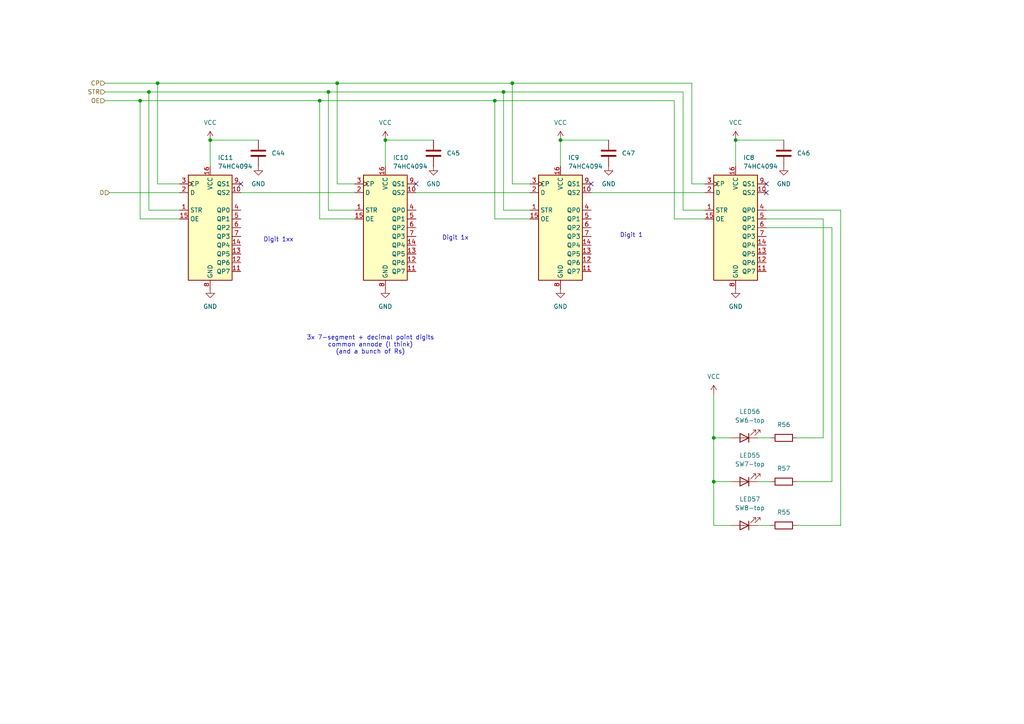
<source format=kicad_sch>
(kicad_sch
	(version 20231120)
	(generator "eeschema")
	(generator_version "8.0")
	(uuid "9eaebae5-88ca-4d1f-bbbd-205a97ff4a6e")
	(paper "A4")
	(title_block
		(title "Nova System Top Board")
		(date "2024-05-22")
		(rev "01")
		(company "tc electronic")
		(comment 1 "Reverse Engineered!")
		(comment 2 "Front Panel 7-segment Digits")
	)
	(lib_symbols
		(symbol "Device:C"
			(pin_numbers hide)
			(pin_names
				(offset 0.254)
			)
			(exclude_from_sim no)
			(in_bom yes)
			(on_board yes)
			(property "Reference" "C"
				(at 0.635 2.54 0)
				(effects
					(font
						(size 1.27 1.27)
					)
					(justify left)
				)
			)
			(property "Value" "C"
				(at 0.635 -2.54 0)
				(effects
					(font
						(size 1.27 1.27)
					)
					(justify left)
				)
			)
			(property "Footprint" ""
				(at 0.9652 -3.81 0)
				(effects
					(font
						(size 1.27 1.27)
					)
					(hide yes)
				)
			)
			(property "Datasheet" "~"
				(at 0 0 0)
				(effects
					(font
						(size 1.27 1.27)
					)
					(hide yes)
				)
			)
			(property "Description" "Unpolarized capacitor"
				(at 0 0 0)
				(effects
					(font
						(size 1.27 1.27)
					)
					(hide yes)
				)
			)
			(property "ki_keywords" "cap capacitor"
				(at 0 0 0)
				(effects
					(font
						(size 1.27 1.27)
					)
					(hide yes)
				)
			)
			(property "ki_fp_filters" "C_*"
				(at 0 0 0)
				(effects
					(font
						(size 1.27 1.27)
					)
					(hide yes)
				)
			)
			(symbol "C_0_1"
				(polyline
					(pts
						(xy -2.032 -0.762) (xy 2.032 -0.762)
					)
					(stroke
						(width 0.508)
						(type default)
					)
					(fill
						(type none)
					)
				)
				(polyline
					(pts
						(xy -2.032 0.762) (xy 2.032 0.762)
					)
					(stroke
						(width 0.508)
						(type default)
					)
					(fill
						(type none)
					)
				)
			)
			(symbol "C_1_1"
				(pin passive line
					(at 0 3.81 270)
					(length 2.794)
					(name "~"
						(effects
							(font
								(size 1.27 1.27)
							)
						)
					)
					(number "1"
						(effects
							(font
								(size 1.27 1.27)
							)
						)
					)
				)
				(pin passive line
					(at 0 -3.81 90)
					(length 2.794)
					(name "~"
						(effects
							(font
								(size 1.27 1.27)
							)
						)
					)
					(number "2"
						(effects
							(font
								(size 1.27 1.27)
							)
						)
					)
				)
			)
		)
		(symbol "Device:LED"
			(pin_numbers hide)
			(pin_names
				(offset 1.016) hide)
			(exclude_from_sim no)
			(in_bom yes)
			(on_board yes)
			(property "Reference" "D"
				(at 0 2.54 0)
				(effects
					(font
						(size 1.27 1.27)
					)
				)
			)
			(property "Value" "LED"
				(at 0 -2.54 0)
				(effects
					(font
						(size 1.27 1.27)
					)
				)
			)
			(property "Footprint" ""
				(at 0 0 0)
				(effects
					(font
						(size 1.27 1.27)
					)
					(hide yes)
				)
			)
			(property "Datasheet" "~"
				(at 0 0 0)
				(effects
					(font
						(size 1.27 1.27)
					)
					(hide yes)
				)
			)
			(property "Description" "Light emitting diode"
				(at 0 0 0)
				(effects
					(font
						(size 1.27 1.27)
					)
					(hide yes)
				)
			)
			(property "ki_keywords" "LED diode"
				(at 0 0 0)
				(effects
					(font
						(size 1.27 1.27)
					)
					(hide yes)
				)
			)
			(property "ki_fp_filters" "LED* LED_SMD:* LED_THT:*"
				(at 0 0 0)
				(effects
					(font
						(size 1.27 1.27)
					)
					(hide yes)
				)
			)
			(symbol "LED_0_1"
				(polyline
					(pts
						(xy -1.27 -1.27) (xy -1.27 1.27)
					)
					(stroke
						(width 0.254)
						(type default)
					)
					(fill
						(type none)
					)
				)
				(polyline
					(pts
						(xy -1.27 0) (xy 1.27 0)
					)
					(stroke
						(width 0)
						(type default)
					)
					(fill
						(type none)
					)
				)
				(polyline
					(pts
						(xy 1.27 -1.27) (xy 1.27 1.27) (xy -1.27 0) (xy 1.27 -1.27)
					)
					(stroke
						(width 0.254)
						(type default)
					)
					(fill
						(type none)
					)
				)
				(polyline
					(pts
						(xy -3.048 -0.762) (xy -4.572 -2.286) (xy -3.81 -2.286) (xy -4.572 -2.286) (xy -4.572 -1.524)
					)
					(stroke
						(width 0)
						(type default)
					)
					(fill
						(type none)
					)
				)
				(polyline
					(pts
						(xy -1.778 -0.762) (xy -3.302 -2.286) (xy -2.54 -2.286) (xy -3.302 -2.286) (xy -3.302 -1.524)
					)
					(stroke
						(width 0)
						(type default)
					)
					(fill
						(type none)
					)
				)
			)
			(symbol "LED_1_1"
				(pin passive line
					(at -3.81 0 0)
					(length 2.54)
					(name "K"
						(effects
							(font
								(size 1.27 1.27)
							)
						)
					)
					(number "1"
						(effects
							(font
								(size 1.27 1.27)
							)
						)
					)
				)
				(pin passive line
					(at 3.81 0 180)
					(length 2.54)
					(name "A"
						(effects
							(font
								(size 1.27 1.27)
							)
						)
					)
					(number "2"
						(effects
							(font
								(size 1.27 1.27)
							)
						)
					)
				)
			)
		)
		(symbol "Device:R"
			(pin_numbers hide)
			(pin_names
				(offset 0)
			)
			(exclude_from_sim no)
			(in_bom yes)
			(on_board yes)
			(property "Reference" "R"
				(at 2.032 0 90)
				(effects
					(font
						(size 1.27 1.27)
					)
				)
			)
			(property "Value" "R"
				(at 0 0 90)
				(effects
					(font
						(size 1.27 1.27)
					)
				)
			)
			(property "Footprint" ""
				(at -1.778 0 90)
				(effects
					(font
						(size 1.27 1.27)
					)
					(hide yes)
				)
			)
			(property "Datasheet" "~"
				(at 0 0 0)
				(effects
					(font
						(size 1.27 1.27)
					)
					(hide yes)
				)
			)
			(property "Description" "Resistor"
				(at 0 0 0)
				(effects
					(font
						(size 1.27 1.27)
					)
					(hide yes)
				)
			)
			(property "ki_keywords" "R res resistor"
				(at 0 0 0)
				(effects
					(font
						(size 1.27 1.27)
					)
					(hide yes)
				)
			)
			(property "ki_fp_filters" "R_*"
				(at 0 0 0)
				(effects
					(font
						(size 1.27 1.27)
					)
					(hide yes)
				)
			)
			(symbol "R_0_1"
				(rectangle
					(start -1.016 -2.54)
					(end 1.016 2.54)
					(stroke
						(width 0.254)
						(type default)
					)
					(fill
						(type none)
					)
				)
			)
			(symbol "R_1_1"
				(pin passive line
					(at 0 3.81 270)
					(length 1.27)
					(name "~"
						(effects
							(font
								(size 1.27 1.27)
							)
						)
					)
					(number "1"
						(effects
							(font
								(size 1.27 1.27)
							)
						)
					)
				)
				(pin passive line
					(at 0 -3.81 90)
					(length 1.27)
					(name "~"
						(effects
							(font
								(size 1.27 1.27)
							)
						)
					)
					(number "2"
						(effects
							(font
								(size 1.27 1.27)
							)
						)
					)
				)
			)
		)
		(symbol "ProjectLib:4094"
			(exclude_from_sim no)
			(in_bom yes)
			(on_board yes)
			(property "Reference" "U"
				(at -9.398 16.764 0)
				(effects
					(font
						(size 1.27 1.27)
					)
				)
			)
			(property "Value" "4094"
				(at -5.588 -20.066 0)
				(effects
					(font
						(size 1.27 1.27)
					)
				)
			)
			(property "Footprint" ""
				(at 3.81 3.81 0)
				(effects
					(font
						(size 1.27 1.27)
					)
					(hide yes)
				)
			)
			(property "Datasheet" ""
				(at 3.81 3.81 0)
				(effects
					(font
						(size 1.27 1.27)
					)
					(hide yes)
				)
			)
			(property "Description" "8-stage shift-and-store bus register"
				(at 1.778 5.334 0)
				(effects
					(font
						(size 1.27 1.27)
					)
					(hide yes)
				)
			)
			(symbol "4094_1_1"
				(rectangle
					(start -6.35 12.7)
					(end 6.35 -17.78)
					(stroke
						(width 0.254)
						(type default)
					)
					(fill
						(type background)
					)
				)
				(pin input line
					(at -8.89 2.54 0)
					(length 2.54)
					(name "STR"
						(effects
							(font
								(size 1.27 1.27)
							)
						)
					)
					(number "1"
						(effects
							(font
								(size 1.27 1.27)
							)
						)
					)
				)
				(pin output line
					(at 8.89 7.62 180)
					(length 2.54)
					(name "QS2"
						(effects
							(font
								(size 1.27 1.27)
							)
						)
					)
					(number "10"
						(effects
							(font
								(size 1.27 1.27)
							)
						)
					)
				)
				(pin output line
					(at 8.89 -15.24 180)
					(length 2.54)
					(name "QP7"
						(effects
							(font
								(size 1.27 1.27)
							)
						)
					)
					(number "11"
						(effects
							(font
								(size 1.27 1.27)
							)
						)
					)
				)
				(pin output line
					(at 8.89 -12.7 180)
					(length 2.54)
					(name "QP6"
						(effects
							(font
								(size 1.27 1.27)
							)
						)
					)
					(number "12"
						(effects
							(font
								(size 1.27 1.27)
							)
						)
					)
				)
				(pin output line
					(at 8.89 -10.16 180)
					(length 2.54)
					(name "QP5"
						(effects
							(font
								(size 1.27 1.27)
							)
						)
					)
					(number "13"
						(effects
							(font
								(size 1.27 1.27)
							)
						)
					)
				)
				(pin output line
					(at 8.89 -7.62 180)
					(length 2.54)
					(name "QP4"
						(effects
							(font
								(size 1.27 1.27)
							)
						)
					)
					(number "14"
						(effects
							(font
								(size 1.27 1.27)
							)
						)
					)
				)
				(pin input line
					(at -8.89 0 0)
					(length 2.54)
					(name "OE"
						(effects
							(font
								(size 1.27 1.27)
							)
						)
					)
					(number "15"
						(effects
							(font
								(size 1.27 1.27)
							)
						)
					)
				)
				(pin power_in line
					(at 0 15.24 270)
					(length 2.54)
					(name "VCC"
						(effects
							(font
								(size 1.27 1.27)
							)
						)
					)
					(number "16"
						(effects
							(font
								(size 1.27 1.27)
							)
						)
					)
				)
				(pin input line
					(at -8.89 7.62 0)
					(length 2.54)
					(name "D"
						(effects
							(font
								(size 1.27 1.27)
							)
						)
					)
					(number "2"
						(effects
							(font
								(size 1.27 1.27)
							)
						)
					)
				)
				(pin input clock
					(at -8.89 10.16 0)
					(length 2.54)
					(name "CP"
						(effects
							(font
								(size 1.27 1.27)
							)
						)
					)
					(number "3"
						(effects
							(font
								(size 1.27 1.27)
							)
						)
					)
				)
				(pin output line
					(at 8.89 2.54 180)
					(length 2.54)
					(name "QP0"
						(effects
							(font
								(size 1.27 1.27)
							)
						)
					)
					(number "4"
						(effects
							(font
								(size 1.27 1.27)
							)
						)
					)
				)
				(pin output line
					(at 8.89 0 180)
					(length 2.54)
					(name "QP1"
						(effects
							(font
								(size 1.27 1.27)
							)
						)
					)
					(number "5"
						(effects
							(font
								(size 1.27 1.27)
							)
						)
					)
				)
				(pin output line
					(at 8.89 -2.54 180)
					(length 2.54)
					(name "QP2"
						(effects
							(font
								(size 1.27 1.27)
							)
						)
					)
					(number "6"
						(effects
							(font
								(size 1.27 1.27)
							)
						)
					)
				)
				(pin output line
					(at 8.89 -5.08 180)
					(length 2.54)
					(name "QP3"
						(effects
							(font
								(size 1.27 1.27)
							)
						)
					)
					(number "7"
						(effects
							(font
								(size 1.27 1.27)
							)
						)
					)
				)
				(pin power_in line
					(at 0 -20.32 90)
					(length 2.54)
					(name "GND"
						(effects
							(font
								(size 1.27 1.27)
							)
						)
					)
					(number "8"
						(effects
							(font
								(size 1.27 1.27)
							)
						)
					)
				)
				(pin output line
					(at 8.89 10.16 180)
					(length 2.54)
					(name "QS1"
						(effects
							(font
								(size 1.27 1.27)
							)
						)
					)
					(number "9"
						(effects
							(font
								(size 1.27 1.27)
							)
						)
					)
				)
			)
		)
		(symbol "power:GND"
			(power)
			(pin_numbers hide)
			(pin_names
				(offset 0) hide)
			(exclude_from_sim no)
			(in_bom yes)
			(on_board yes)
			(property "Reference" "#PWR"
				(at 0 -6.35 0)
				(effects
					(font
						(size 1.27 1.27)
					)
					(hide yes)
				)
			)
			(property "Value" "GND"
				(at 0 -3.81 0)
				(effects
					(font
						(size 1.27 1.27)
					)
				)
			)
			(property "Footprint" ""
				(at 0 0 0)
				(effects
					(font
						(size 1.27 1.27)
					)
					(hide yes)
				)
			)
			(property "Datasheet" ""
				(at 0 0 0)
				(effects
					(font
						(size 1.27 1.27)
					)
					(hide yes)
				)
			)
			(property "Description" "Power symbol creates a global label with name \"GND\" , ground"
				(at 0 0 0)
				(effects
					(font
						(size 1.27 1.27)
					)
					(hide yes)
				)
			)
			(property "ki_keywords" "global power"
				(at 0 0 0)
				(effects
					(font
						(size 1.27 1.27)
					)
					(hide yes)
				)
			)
			(symbol "GND_0_1"
				(polyline
					(pts
						(xy 0 0) (xy 0 -1.27) (xy 1.27 -1.27) (xy 0 -2.54) (xy -1.27 -1.27) (xy 0 -1.27)
					)
					(stroke
						(width 0)
						(type default)
					)
					(fill
						(type none)
					)
				)
			)
			(symbol "GND_1_1"
				(pin power_in line
					(at 0 0 270)
					(length 0)
					(name "~"
						(effects
							(font
								(size 1.27 1.27)
							)
						)
					)
					(number "1"
						(effects
							(font
								(size 1.27 1.27)
							)
						)
					)
				)
			)
		)
		(symbol "power:VCC"
			(power)
			(pin_numbers hide)
			(pin_names
				(offset 0) hide)
			(exclude_from_sim no)
			(in_bom yes)
			(on_board yes)
			(property "Reference" "#PWR"
				(at 0 -3.81 0)
				(effects
					(font
						(size 1.27 1.27)
					)
					(hide yes)
				)
			)
			(property "Value" "VCC"
				(at 0 3.556 0)
				(effects
					(font
						(size 1.27 1.27)
					)
				)
			)
			(property "Footprint" ""
				(at 0 0 0)
				(effects
					(font
						(size 1.27 1.27)
					)
					(hide yes)
				)
			)
			(property "Datasheet" ""
				(at 0 0 0)
				(effects
					(font
						(size 1.27 1.27)
					)
					(hide yes)
				)
			)
			(property "Description" "Power symbol creates a global label with name \"VCC\""
				(at 0 0 0)
				(effects
					(font
						(size 1.27 1.27)
					)
					(hide yes)
				)
			)
			(property "ki_keywords" "global power"
				(at 0 0 0)
				(effects
					(font
						(size 1.27 1.27)
					)
					(hide yes)
				)
			)
			(symbol "VCC_0_1"
				(polyline
					(pts
						(xy -0.762 1.27) (xy 0 2.54)
					)
					(stroke
						(width 0)
						(type default)
					)
					(fill
						(type none)
					)
				)
				(polyline
					(pts
						(xy 0 0) (xy 0 2.54)
					)
					(stroke
						(width 0)
						(type default)
					)
					(fill
						(type none)
					)
				)
				(polyline
					(pts
						(xy 0 2.54) (xy 0.762 1.27)
					)
					(stroke
						(width 0)
						(type default)
					)
					(fill
						(type none)
					)
				)
			)
			(symbol "VCC_1_1"
				(pin power_in line
					(at 0 0 90)
					(length 0)
					(name "~"
						(effects
							(font
								(size 1.27 1.27)
							)
						)
					)
					(number "1"
						(effects
							(font
								(size 1.27 1.27)
							)
						)
					)
				)
			)
		)
	)
	(junction
		(at 143.51 29.21)
		(diameter 0)
		(color 0 0 0 0)
		(uuid "0abdea9e-d65f-4ea3-afe7-ffb744ee6720")
	)
	(junction
		(at 111.76 40.64)
		(diameter 0)
		(color 0 0 0 0)
		(uuid "1140a047-ff23-4548-8f36-433bef258da1")
	)
	(junction
		(at 60.96 40.64)
		(diameter 0)
		(color 0 0 0 0)
		(uuid "1da7e54a-3e3b-4fce-a43e-e473c381a20d")
	)
	(junction
		(at 162.56 40.64)
		(diameter 0)
		(color 0 0 0 0)
		(uuid "4504d0a4-768c-4553-bb33-083a7f4bae61")
	)
	(junction
		(at 207.01 127)
		(diameter 0)
		(color 0 0 0 0)
		(uuid "46e340fe-deb1-4142-a933-b0878a1cc88c")
	)
	(junction
		(at 97.79 24.13)
		(diameter 0)
		(color 0 0 0 0)
		(uuid "4f87371c-fcce-4bfd-ba73-3f949ec7f86f")
	)
	(junction
		(at 45.72 24.13)
		(diameter 0)
		(color 0 0 0 0)
		(uuid "5e7e695d-59ae-4eaf-9c20-cdecbe92d11b")
	)
	(junction
		(at 146.05 26.67)
		(diameter 0)
		(color 0 0 0 0)
		(uuid "70c665d8-150f-4ef6-932c-e17be10be4c2")
	)
	(junction
		(at 213.36 40.64)
		(diameter 0)
		(color 0 0 0 0)
		(uuid "77760f41-f975-4a6f-b851-3217037808e1")
	)
	(junction
		(at 207.01 139.7)
		(diameter 0)
		(color 0 0 0 0)
		(uuid "a093990b-0fb8-468b-ade9-e07c417024f0")
	)
	(junction
		(at 148.59 24.13)
		(diameter 0)
		(color 0 0 0 0)
		(uuid "a0d81492-0121-4e57-8dae-e5cfa2dc4ce1")
	)
	(junction
		(at 95.25 26.67)
		(diameter 0)
		(color 0 0 0 0)
		(uuid "a1af84d8-732d-4c49-a1e1-cef3b83cc096")
	)
	(junction
		(at 92.71 29.21)
		(diameter 0)
		(color 0 0 0 0)
		(uuid "a2aa86d7-153c-496b-93d4-f94a6c6e60c5")
	)
	(junction
		(at 43.18 26.67)
		(diameter 0)
		(color 0 0 0 0)
		(uuid "cbb8e0b8-ce89-4d0c-86b5-df4b9c069482")
	)
	(junction
		(at 40.64 29.21)
		(diameter 0)
		(color 0 0 0 0)
		(uuid "d0917a00-2a0e-487f-bc12-5efd916a489b")
	)
	(no_connect
		(at 222.25 55.88)
		(uuid "3ceb083b-0916-4cca-bb4d-b54eb70972ef")
	)
	(no_connect
		(at 222.25 53.34)
		(uuid "8c26a777-328b-4894-9750-58a5a40b51a0")
	)
	(no_connect
		(at 120.65 53.34)
		(uuid "9f3ec147-825a-42c8-b8b1-4781e8b852d9")
	)
	(no_connect
		(at 69.85 53.34)
		(uuid "e66de9b3-fda9-477c-8cff-1f3759746325")
	)
	(no_connect
		(at 171.45 53.34)
		(uuid "fb24c6b5-7f27-463c-96df-fadac9dad3c7")
	)
	(wire
		(pts
			(xy 102.87 63.5) (xy 92.71 63.5)
		)
		(stroke
			(width 0)
			(type default)
		)
		(uuid "0031509c-7174-4067-bce1-b806825c7891")
	)
	(wire
		(pts
			(xy 153.67 63.5) (xy 143.51 63.5)
		)
		(stroke
			(width 0)
			(type default)
		)
		(uuid "03674efd-7486-4a28-8dbd-c4a14a642a9a")
	)
	(wire
		(pts
			(xy 40.64 29.21) (xy 92.71 29.21)
		)
		(stroke
			(width 0)
			(type default)
		)
		(uuid "05146fab-0d22-4cae-85cf-a5bfafe9211e")
	)
	(wire
		(pts
			(xy 204.47 60.96) (xy 198.12 60.96)
		)
		(stroke
			(width 0)
			(type default)
		)
		(uuid "15f48866-53ca-4afa-a3b5-8f44a59e1cff")
	)
	(wire
		(pts
			(xy 171.45 55.88) (xy 204.47 55.88)
		)
		(stroke
			(width 0)
			(type default)
		)
		(uuid "176ec28f-58fe-475e-a94f-8b4bce725b40")
	)
	(wire
		(pts
			(xy 143.51 29.21) (xy 195.58 29.21)
		)
		(stroke
			(width 0)
			(type default)
		)
		(uuid "185d1498-3bf3-4716-8730-47ae39e32441")
	)
	(wire
		(pts
			(xy 45.72 24.13) (xy 45.72 53.34)
		)
		(stroke
			(width 0)
			(type default)
		)
		(uuid "19a0f2a0-b31f-4bcf-8520-092589381808")
	)
	(wire
		(pts
			(xy 238.76 127) (xy 238.76 63.5)
		)
		(stroke
			(width 0)
			(type default)
		)
		(uuid "1a1cbd66-1bc3-4a33-9b86-0a028504ad09")
	)
	(wire
		(pts
			(xy 43.18 26.67) (xy 95.25 26.67)
		)
		(stroke
			(width 0)
			(type default)
		)
		(uuid "1e3503a1-1879-41d3-b2a0-ab217ed951ce")
	)
	(wire
		(pts
			(xy 219.71 152.4) (xy 223.52 152.4)
		)
		(stroke
			(width 0)
			(type default)
		)
		(uuid "2382668f-2b0f-4aa4-bb3d-f54b66e5b65b")
	)
	(wire
		(pts
			(xy 241.3 66.04) (xy 222.25 66.04)
		)
		(stroke
			(width 0)
			(type default)
		)
		(uuid "25e478ef-c8c2-4ca9-9c13-c671ed30b2c7")
	)
	(wire
		(pts
			(xy 207.01 152.4) (xy 212.09 152.4)
		)
		(stroke
			(width 0)
			(type default)
		)
		(uuid "2a15502e-587f-4c39-8177-bf97ae9441ce")
	)
	(wire
		(pts
			(xy 102.87 60.96) (xy 95.25 60.96)
		)
		(stroke
			(width 0)
			(type default)
		)
		(uuid "2a6ee4f0-0b05-49a0-b502-5c56a65fc8c3")
	)
	(wire
		(pts
			(xy 52.07 63.5) (xy 40.64 63.5)
		)
		(stroke
			(width 0)
			(type default)
		)
		(uuid "2e557bd3-086c-4c96-a3a5-f9efa09eed93")
	)
	(wire
		(pts
			(xy 148.59 24.13) (xy 200.66 24.13)
		)
		(stroke
			(width 0)
			(type default)
		)
		(uuid "41090328-4e79-4b38-854e-3d9480d80cd1")
	)
	(wire
		(pts
			(xy 231.14 139.7) (xy 241.3 139.7)
		)
		(stroke
			(width 0)
			(type default)
		)
		(uuid "42b53850-793d-4411-9447-3a9a8ef582be")
	)
	(wire
		(pts
			(xy 30.48 24.13) (xy 45.72 24.13)
		)
		(stroke
			(width 0)
			(type default)
		)
		(uuid "447421b8-f493-4d52-9da9-a9337a43a1cb")
	)
	(wire
		(pts
			(xy 207.01 139.7) (xy 212.09 139.7)
		)
		(stroke
			(width 0)
			(type default)
		)
		(uuid "49853e08-ba7c-4ea7-bd81-4555597a9df3")
	)
	(wire
		(pts
			(xy 198.12 60.96) (xy 198.12 26.67)
		)
		(stroke
			(width 0)
			(type default)
		)
		(uuid "4db649a1-8f94-4fa7-a92a-dfec1d201b88")
	)
	(wire
		(pts
			(xy 241.3 139.7) (xy 241.3 66.04)
		)
		(stroke
			(width 0)
			(type default)
		)
		(uuid "4fdefa05-5558-4e88-bafe-b2a07f481fbe")
	)
	(wire
		(pts
			(xy 148.59 24.13) (xy 148.59 53.34)
		)
		(stroke
			(width 0)
			(type default)
		)
		(uuid "560a7d01-c3cc-44ee-ac66-89dbc043c057")
	)
	(wire
		(pts
			(xy 243.84 60.96) (xy 222.25 60.96)
		)
		(stroke
			(width 0)
			(type default)
		)
		(uuid "58278776-0023-4559-89f8-71d97b1b291e")
	)
	(wire
		(pts
			(xy 43.18 60.96) (xy 43.18 26.67)
		)
		(stroke
			(width 0)
			(type default)
		)
		(uuid "5b31de94-2967-416c-884a-40f02a32d0b0")
	)
	(wire
		(pts
			(xy 207.01 139.7) (xy 207.01 152.4)
		)
		(stroke
			(width 0)
			(type default)
		)
		(uuid "5dc2e486-2ae9-42c2-a019-9df34871acb1")
	)
	(wire
		(pts
			(xy 153.67 60.96) (xy 146.05 60.96)
		)
		(stroke
			(width 0)
			(type default)
		)
		(uuid "5fb8ddfd-e5d7-4d73-b140-53cd7a71cf9c")
	)
	(wire
		(pts
			(xy 52.07 53.34) (xy 45.72 53.34)
		)
		(stroke
			(width 0)
			(type default)
		)
		(uuid "6aa6d83a-4405-4fda-8fe3-970ea8750a91")
	)
	(wire
		(pts
			(xy 92.71 63.5) (xy 92.71 29.21)
		)
		(stroke
			(width 0)
			(type default)
		)
		(uuid "7838f22a-69f9-43d5-af93-ba02c5425336")
	)
	(wire
		(pts
			(xy 97.79 24.13) (xy 97.79 53.34)
		)
		(stroke
			(width 0)
			(type default)
		)
		(uuid "7e8cedeb-a56a-4bdc-adab-ca4761f8932c")
	)
	(wire
		(pts
			(xy 207.01 127) (xy 212.09 127)
		)
		(stroke
			(width 0)
			(type default)
		)
		(uuid "834b68d0-33d5-443d-8b51-ece88ce5b94a")
	)
	(wire
		(pts
			(xy 219.71 127) (xy 223.52 127)
		)
		(stroke
			(width 0)
			(type default)
		)
		(uuid "87143831-2407-4947-a925-bdfcee82bce9")
	)
	(wire
		(pts
			(xy 30.48 29.21) (xy 40.64 29.21)
		)
		(stroke
			(width 0)
			(type default)
		)
		(uuid "87e14063-12a1-447a-bc60-011036225901")
	)
	(wire
		(pts
			(xy 243.84 152.4) (xy 243.84 60.96)
		)
		(stroke
			(width 0)
			(type default)
		)
		(uuid "8c78f496-d2d0-4c62-9be6-ef4aa4d8b6b2")
	)
	(wire
		(pts
			(xy 52.07 60.96) (xy 43.18 60.96)
		)
		(stroke
			(width 0)
			(type default)
		)
		(uuid "9292a828-a9aa-4e4e-99d9-c91f15b03bd1")
	)
	(wire
		(pts
			(xy 207.01 127) (xy 207.01 139.7)
		)
		(stroke
			(width 0)
			(type default)
		)
		(uuid "96d43b6c-7f1e-4e2d-995c-17b7444a4e68")
	)
	(wire
		(pts
			(xy 146.05 60.96) (xy 146.05 26.67)
		)
		(stroke
			(width 0)
			(type default)
		)
		(uuid "970dc335-0084-4cef-b54b-8c39fd86f327")
	)
	(wire
		(pts
			(xy 120.65 55.88) (xy 153.67 55.88)
		)
		(stroke
			(width 0)
			(type default)
		)
		(uuid "9a9e2a3c-0ba9-4569-90c4-b361064b8010")
	)
	(wire
		(pts
			(xy 213.36 40.64) (xy 227.33 40.64)
		)
		(stroke
			(width 0)
			(type default)
		)
		(uuid "9b10e21d-d56e-46a8-9d9c-f7c9e657c777")
	)
	(wire
		(pts
			(xy 60.96 48.26) (xy 60.96 40.64)
		)
		(stroke
			(width 0)
			(type default)
		)
		(uuid "9dcd0b01-675b-45d0-b8c3-336133f651eb")
	)
	(wire
		(pts
			(xy 97.79 24.13) (xy 148.59 24.13)
		)
		(stroke
			(width 0)
			(type default)
		)
		(uuid "a2ae624f-51fc-404a-997e-a271234f6714")
	)
	(wire
		(pts
			(xy 143.51 63.5) (xy 143.51 29.21)
		)
		(stroke
			(width 0)
			(type default)
		)
		(uuid "a4349fcd-e56d-4428-8d50-9c38e2232b6b")
	)
	(wire
		(pts
			(xy 111.76 40.64) (xy 125.73 40.64)
		)
		(stroke
			(width 0)
			(type default)
		)
		(uuid "a57d1043-f4c6-4968-89f1-c91890223be2")
	)
	(wire
		(pts
			(xy 204.47 63.5) (xy 195.58 63.5)
		)
		(stroke
			(width 0)
			(type default)
		)
		(uuid "a5c46b09-4250-4610-b895-b378aac6821d")
	)
	(wire
		(pts
			(xy 219.71 139.7) (xy 223.52 139.7)
		)
		(stroke
			(width 0)
			(type default)
		)
		(uuid "a83bcb52-e76b-4d95-87eb-95716b68939e")
	)
	(wire
		(pts
			(xy 69.85 55.88) (xy 102.87 55.88)
		)
		(stroke
			(width 0)
			(type default)
		)
		(uuid "aa2c5823-d942-40ea-8227-e1af523ec418")
	)
	(wire
		(pts
			(xy 207.01 114.3) (xy 207.01 127)
		)
		(stroke
			(width 0)
			(type default)
		)
		(uuid "adc17209-a786-4aac-b33f-5099162ce708")
	)
	(wire
		(pts
			(xy 213.36 48.26) (xy 213.36 40.64)
		)
		(stroke
			(width 0)
			(type default)
		)
		(uuid "aea97a85-b32b-4a1d-ba84-f0f3d6a4a910")
	)
	(wire
		(pts
			(xy 60.96 40.64) (xy 74.93 40.64)
		)
		(stroke
			(width 0)
			(type default)
		)
		(uuid "b16d5e98-3502-4e2f-8b6d-e5aa288fd0c2")
	)
	(wire
		(pts
			(xy 146.05 26.67) (xy 198.12 26.67)
		)
		(stroke
			(width 0)
			(type default)
		)
		(uuid "b224fc92-ca29-47e2-9692-5ca43a2561ea")
	)
	(wire
		(pts
			(xy 200.66 53.34) (xy 200.66 24.13)
		)
		(stroke
			(width 0)
			(type default)
		)
		(uuid "b6f21a95-e53e-472e-b57a-18ac78d96437")
	)
	(wire
		(pts
			(xy 31.75 55.88) (xy 52.07 55.88)
		)
		(stroke
			(width 0)
			(type default)
		)
		(uuid "bc055e3f-41a5-4ce1-8ece-960ccc8885ca")
	)
	(wire
		(pts
			(xy 204.47 53.34) (xy 200.66 53.34)
		)
		(stroke
			(width 0)
			(type default)
		)
		(uuid "bcb7ba33-937c-4f95-8ae1-97ea71dbaa50")
	)
	(wire
		(pts
			(xy 153.67 53.34) (xy 148.59 53.34)
		)
		(stroke
			(width 0)
			(type default)
		)
		(uuid "be4eb0a5-a154-4d1a-b005-905eeb0f5a83")
	)
	(wire
		(pts
			(xy 30.48 26.67) (xy 43.18 26.67)
		)
		(stroke
			(width 0)
			(type default)
		)
		(uuid "c3f60d31-cf20-4b89-a10c-c883ee6730fb")
	)
	(wire
		(pts
			(xy 162.56 48.26) (xy 162.56 40.64)
		)
		(stroke
			(width 0)
			(type default)
		)
		(uuid "d0cffa8e-570c-4093-9af3-ad4a55f88aab")
	)
	(wire
		(pts
			(xy 231.14 152.4) (xy 243.84 152.4)
		)
		(stroke
			(width 0)
			(type default)
		)
		(uuid "d410c922-9ee2-41a2-93ea-7a9a23953b71")
	)
	(wire
		(pts
			(xy 40.64 63.5) (xy 40.64 29.21)
		)
		(stroke
			(width 0)
			(type default)
		)
		(uuid "d649b781-d40f-495d-9a03-c11d0b69b81c")
	)
	(wire
		(pts
			(xy 95.25 26.67) (xy 146.05 26.67)
		)
		(stroke
			(width 0)
			(type default)
		)
		(uuid "d9f7718a-67fd-40d7-92e9-44e4c91092b3")
	)
	(wire
		(pts
			(xy 95.25 60.96) (xy 95.25 26.67)
		)
		(stroke
			(width 0)
			(type default)
		)
		(uuid "daa3df6e-5994-4b9c-a42b-b76d383efd70")
	)
	(wire
		(pts
			(xy 238.76 63.5) (xy 222.25 63.5)
		)
		(stroke
			(width 0)
			(type default)
		)
		(uuid "dce7e631-f4eb-4e58-a9b9-ff5162199dc6")
	)
	(wire
		(pts
			(xy 111.76 48.26) (xy 111.76 40.64)
		)
		(stroke
			(width 0)
			(type default)
		)
		(uuid "de34a4a2-b70e-4990-a10a-20f8bf4df4b6")
	)
	(wire
		(pts
			(xy 231.14 127) (xy 238.76 127)
		)
		(stroke
			(width 0)
			(type default)
		)
		(uuid "e1f557b0-d68a-4714-a1d2-c3ee5d27157f")
	)
	(wire
		(pts
			(xy 92.71 29.21) (xy 143.51 29.21)
		)
		(stroke
			(width 0)
			(type default)
		)
		(uuid "edc8d9e8-8373-4cb1-a33c-a655fd071311")
	)
	(wire
		(pts
			(xy 45.72 24.13) (xy 97.79 24.13)
		)
		(stroke
			(width 0)
			(type default)
		)
		(uuid "f2b0e60b-59b7-4d36-8ea3-34fba11a34ad")
	)
	(wire
		(pts
			(xy 195.58 63.5) (xy 195.58 29.21)
		)
		(stroke
			(width 0)
			(type default)
		)
		(uuid "fd674c15-ebc2-462e-a174-07b1e9bc4d2d")
	)
	(wire
		(pts
			(xy 162.56 40.64) (xy 176.53 40.64)
		)
		(stroke
			(width 0)
			(type default)
		)
		(uuid "fe7e917e-fe06-4c75-a003-2fbd83563cbf")
	)
	(wire
		(pts
			(xy 102.87 53.34) (xy 97.79 53.34)
		)
		(stroke
			(width 0)
			(type default)
		)
		(uuid "fe9a5b43-11e8-46e4-be41-a8a4b98a4b12")
	)
	(text "3x 7-segment + decimal point digits\ncommon annode (I think)\n(and a bunch of Rs)"
		(exclude_from_sim no)
		(at 107.442 100.076 0)
		(effects
			(font
				(size 1.27 1.27)
			)
		)
		(uuid "17c15b9b-d11e-4b1c-9c5e-0c2a8b078f38")
	)
	(text "Digit 1"
		(exclude_from_sim no)
		(at 183.134 68.326 0)
		(effects
			(font
				(size 1.27 1.27)
			)
		)
		(uuid "6665292c-6e20-4705-ad05-c4e8ccdf30ad")
	)
	(text "Digit 1xx"
		(exclude_from_sim no)
		(at 80.772 69.596 0)
		(effects
			(font
				(size 1.27 1.27)
			)
		)
		(uuid "751b712d-c9ea-4ee7-a61e-98c95e8a6e8f")
	)
	(text "Digit 1x"
		(exclude_from_sim no)
		(at 132.08 69.088 0)
		(effects
			(font
				(size 1.27 1.27)
			)
		)
		(uuid "87f4b54e-2eff-457c-8e0d-174f72dcd6fc")
	)
	(hierarchical_label "STR"
		(shape input)
		(at 30.48 26.67 180)
		(fields_autoplaced yes)
		(effects
			(font
				(size 1.27 1.27)
			)
			(justify right)
		)
		(uuid "455dffb5-b66d-43be-9b40-99933370f3cb")
	)
	(hierarchical_label "CP"
		(shape input)
		(at 30.48 24.13 180)
		(fields_autoplaced yes)
		(effects
			(font
				(size 1.27 1.27)
			)
			(justify right)
		)
		(uuid "8ef0f5f6-5bce-4145-abec-fdf9eec0624c")
	)
	(hierarchical_label "OE"
		(shape input)
		(at 30.48 29.21 180)
		(fields_autoplaced yes)
		(effects
			(font
				(size 1.27 1.27)
			)
			(justify right)
		)
		(uuid "f083aae1-eac6-44e8-a92b-ce5361b797e5")
	)
	(hierarchical_label "D"
		(shape input)
		(at 31.75 55.88 180)
		(fields_autoplaced yes)
		(effects
			(font
				(size 1.27 1.27)
			)
			(justify right)
		)
		(uuid "f84e1370-e18e-4a78-8393-8cd71e976d45")
	)
	(symbol
		(lib_id "ProjectLib:4094")
		(at 213.36 63.5 0)
		(unit 1)
		(exclude_from_sim no)
		(in_bom yes)
		(on_board yes)
		(dnp no)
		(fields_autoplaced yes)
		(uuid "0076120c-0f06-4711-ae7e-986f35d7305a")
		(property "Reference" "IC8"
			(at 215.5541 45.72 0)
			(effects
				(font
					(size 1.27 1.27)
				)
				(justify left)
			)
		)
		(property "Value" "74HC4094"
			(at 215.5541 48.26 0)
			(effects
				(font
					(size 1.27 1.27)
				)
				(justify left)
			)
		)
		(property "Footprint" ""
			(at 217.17 59.69 0)
			(effects
				(font
					(size 1.27 1.27)
				)
				(hide yes)
			)
		)
		(property "Datasheet" ""
			(at 217.17 59.69 0)
			(effects
				(font
					(size 1.27 1.27)
				)
				(hide yes)
			)
		)
		(property "Description" "8-stage shift-and-store bus register"
			(at 215.138 58.166 0)
			(effects
				(font
					(size 1.27 1.27)
				)
				(hide yes)
			)
		)
		(pin "16"
			(uuid "f149ecca-976e-4429-ba64-c9aafe1ffc9f")
		)
		(pin "13"
			(uuid "f1474e2f-265a-4bd1-afd4-db65654accb8")
		)
		(pin "6"
			(uuid "43a3a0ce-ae1d-49e4-bd72-e5399af891ab")
		)
		(pin "14"
			(uuid "a18b478f-0141-45d2-95a1-0bc6d513b388")
		)
		(pin "5"
			(uuid "e6f0d399-6b9c-43df-9574-42dfd547fbbb")
		)
		(pin "12"
			(uuid "069a56c7-11ab-479b-bc53-186b90aebfc6")
		)
		(pin "4"
			(uuid "3ae57da5-70a4-4f6e-af84-1c1d25628e0c")
		)
		(pin "15"
			(uuid "d3728530-d8d3-4d34-850f-56ef41ea2d02")
		)
		(pin "3"
			(uuid "6cc65ed6-fc50-4309-8b34-50cea2fad458")
		)
		(pin "2"
			(uuid "44c1ae83-b25a-4216-a157-14e17673213c")
		)
		(pin "9"
			(uuid "8d7e0581-e844-4399-8ae3-bb6cf89b84b4")
		)
		(pin "1"
			(uuid "d4a2cb32-8804-42ba-888b-c9f2d56c3a23")
		)
		(pin "10"
			(uuid "86600d42-912a-44e4-aa94-0cd14203c751")
		)
		(pin "7"
			(uuid "6f37ff21-d28f-48e9-a87e-8621a7996be9")
		)
		(pin "11"
			(uuid "ba8a32f1-7c1f-4836-a352-f7c705749153")
		)
		(pin "8"
			(uuid "b17cb495-9547-4583-b6fb-174f2ddc097b")
		)
		(instances
			(project "NovaSystem"
				(path "/49dbc69f-2111-4c78-89d9-34c60e18b20c/98d3c162-70fb-43cf-aa6b-40645810274f"
					(reference "IC8")
					(unit 1)
				)
			)
		)
	)
	(symbol
		(lib_id "power:GND")
		(at 111.76 83.82 0)
		(unit 1)
		(exclude_from_sim no)
		(in_bom yes)
		(on_board yes)
		(dnp no)
		(fields_autoplaced yes)
		(uuid "06b32566-9846-41a8-9057-0d985a3d06e2")
		(property "Reference" "#PWR080"
			(at 111.76 90.17 0)
			(effects
				(font
					(size 1.27 1.27)
				)
				(hide yes)
			)
		)
		(property "Value" "GND"
			(at 111.76 88.9 0)
			(effects
				(font
					(size 1.27 1.27)
				)
			)
		)
		(property "Footprint" ""
			(at 111.76 83.82 0)
			(effects
				(font
					(size 1.27 1.27)
				)
				(hide yes)
			)
		)
		(property "Datasheet" ""
			(at 111.76 83.82 0)
			(effects
				(font
					(size 1.27 1.27)
				)
				(hide yes)
			)
		)
		(property "Description" "Power symbol creates a global label with name \"GND\" , ground"
			(at 111.76 83.82 0)
			(effects
				(font
					(size 1.27 1.27)
				)
				(hide yes)
			)
		)
		(pin "1"
			(uuid "043ea513-4581-4449-ac5d-67467294425e")
		)
		(instances
			(project "NovaSystem"
				(path "/49dbc69f-2111-4c78-89d9-34c60e18b20c/98d3c162-70fb-43cf-aa6b-40645810274f"
					(reference "#PWR080")
					(unit 1)
				)
			)
		)
	)
	(symbol
		(lib_id "ProjectLib:4094")
		(at 60.96 63.5 0)
		(unit 1)
		(exclude_from_sim no)
		(in_bom yes)
		(on_board yes)
		(dnp no)
		(fields_autoplaced yes)
		(uuid "0aa145b2-c2ca-46b8-bb45-96d5e2d42597")
		(property "Reference" "IC11"
			(at 63.1541 45.72 0)
			(effects
				(font
					(size 1.27 1.27)
				)
				(justify left)
			)
		)
		(property "Value" "74HC4094"
			(at 63.1541 48.26 0)
			(effects
				(font
					(size 1.27 1.27)
				)
				(justify left)
			)
		)
		(property "Footprint" ""
			(at 64.77 59.69 0)
			(effects
				(font
					(size 1.27 1.27)
				)
				(hide yes)
			)
		)
		(property "Datasheet" ""
			(at 64.77 59.69 0)
			(effects
				(font
					(size 1.27 1.27)
				)
				(hide yes)
			)
		)
		(property "Description" "8-stage shift-and-store bus register"
			(at 62.738 58.166 0)
			(effects
				(font
					(size 1.27 1.27)
				)
				(hide yes)
			)
		)
		(pin "16"
			(uuid "a4b34735-8896-47ba-9e67-96cabb6f8d94")
		)
		(pin "13"
			(uuid "e6d2b2e4-8959-4e48-9d32-d42f02e32a7b")
		)
		(pin "6"
			(uuid "ae51e032-baeb-4de0-b150-b8d6359ae8e6")
		)
		(pin "14"
			(uuid "2fb567ed-0bf3-4b8e-876f-a7968633b345")
		)
		(pin "5"
			(uuid "4a829874-90b3-4acf-b2bc-cc08690ca839")
		)
		(pin "12"
			(uuid "59a708eb-b752-4810-af1f-9a71fe87e65f")
		)
		(pin "4"
			(uuid "db189785-4308-4b0a-8a7f-bbd3d78c272a")
		)
		(pin "15"
			(uuid "deb9de80-a014-4220-b7e7-ee0efa0e4fb9")
		)
		(pin "3"
			(uuid "afac52e7-4f4c-42aa-a459-538d81ade0aa")
		)
		(pin "2"
			(uuid "dda98032-20a9-47f0-935f-d510bf25c3e3")
		)
		(pin "9"
			(uuid "b700b3e7-2287-4bdc-8e65-2fcb09c61d05")
		)
		(pin "1"
			(uuid "63831b83-2b6b-4b00-b8ae-675516b22a98")
		)
		(pin "10"
			(uuid "fbd5af65-340c-4d75-acce-692176ffbd2b")
		)
		(pin "7"
			(uuid "cf4408ef-dd81-425b-a209-af161c6ef6bb")
		)
		(pin "11"
			(uuid "e6042744-c253-486c-8b44-59b4613f842d")
		)
		(pin "8"
			(uuid "5e34b4fc-32c7-4dd6-944c-19c5ed6d057a")
		)
		(instances
			(project "NovaSystem"
				(path "/49dbc69f-2111-4c78-89d9-34c60e18b20c/98d3c162-70fb-43cf-aa6b-40645810274f"
					(reference "IC11")
					(unit 1)
				)
			)
		)
	)
	(symbol
		(lib_id "ProjectLib:4094")
		(at 162.56 63.5 0)
		(unit 1)
		(exclude_from_sim no)
		(in_bom yes)
		(on_board yes)
		(dnp no)
		(fields_autoplaced yes)
		(uuid "0de1fe38-1d17-4c34-a4d7-8fc9db101b03")
		(property "Reference" "IC9"
			(at 164.7541 45.72 0)
			(effects
				(font
					(size 1.27 1.27)
				)
				(justify left)
			)
		)
		(property "Value" "74HC4094"
			(at 164.7541 48.26 0)
			(effects
				(font
					(size 1.27 1.27)
				)
				(justify left)
			)
		)
		(property "Footprint" ""
			(at 166.37 59.69 0)
			(effects
				(font
					(size 1.27 1.27)
				)
				(hide yes)
			)
		)
		(property "Datasheet" ""
			(at 166.37 59.69 0)
			(effects
				(font
					(size 1.27 1.27)
				)
				(hide yes)
			)
		)
		(property "Description" "8-stage shift-and-store bus register"
			(at 164.338 58.166 0)
			(effects
				(font
					(size 1.27 1.27)
				)
				(hide yes)
			)
		)
		(pin "16"
			(uuid "c3499cc0-a56b-482f-857b-fbb117af9c4a")
		)
		(pin "13"
			(uuid "64dcb3d7-62d5-466d-a5be-b3411a43aa26")
		)
		(pin "6"
			(uuid "dad3fe22-9793-47f4-96e9-a358a71e222c")
		)
		(pin "14"
			(uuid "8a04f229-7c98-4b3b-a9e0-81c8f3ec8049")
		)
		(pin "5"
			(uuid "ce888c83-68bb-4455-a309-75f6d093553e")
		)
		(pin "12"
			(uuid "93d6f661-0243-4203-af34-d9f78924bf4f")
		)
		(pin "4"
			(uuid "d6889236-55da-433c-9ffa-4eebac0f2d10")
		)
		(pin "15"
			(uuid "bf721335-8edb-411d-906c-006e8464a088")
		)
		(pin "3"
			(uuid "6eddacd7-749c-46e9-ad47-abae00f5ce1b")
		)
		(pin "2"
			(uuid "84f9fbb8-c4e6-429d-aaf0-1d775908f7e1")
		)
		(pin "9"
			(uuid "d834e037-05dd-4f0b-b299-a8d194df3f27")
		)
		(pin "1"
			(uuid "73680cb5-23cb-4674-905e-be4ad5489133")
		)
		(pin "10"
			(uuid "1479b57c-3776-4a53-9137-389314df712f")
		)
		(pin "7"
			(uuid "c5196f0c-994a-4edd-ae7d-830f4e4dc89b")
		)
		(pin "11"
			(uuid "bdfc485f-951d-4cda-9057-f705e322009b")
		)
		(pin "8"
			(uuid "dde09666-025b-48bc-a0ae-97c00e939741")
		)
		(instances
			(project "NovaSystem"
				(path "/49dbc69f-2111-4c78-89d9-34c60e18b20c/98d3c162-70fb-43cf-aa6b-40645810274f"
					(reference "IC9")
					(unit 1)
				)
			)
		)
	)
	(symbol
		(lib_id "Device:R")
		(at 227.33 139.7 90)
		(unit 1)
		(exclude_from_sim no)
		(in_bom yes)
		(on_board yes)
		(dnp no)
		(uuid "0f649203-d304-4615-8508-fd79069faf58")
		(property "Reference" "R57"
			(at 227.33 135.89 90)
			(effects
				(font
					(size 1.27 1.27)
				)
			)
		)
		(property "Value" "~"
			(at 228.5999 137.16 90)
			(effects
				(font
					(size 1.27 1.27)
				)
				(justify left)
				(hide yes)
			)
		)
		(property "Footprint" ""
			(at 227.33 141.478 90)
			(effects
				(font
					(size 1.27 1.27)
				)
				(hide yes)
			)
		)
		(property "Datasheet" "~"
			(at 227.33 139.7 0)
			(effects
				(font
					(size 1.27 1.27)
				)
				(hide yes)
			)
		)
		(property "Description" "Resistor"
			(at 227.33 139.7 0)
			(effects
				(font
					(size 1.27 1.27)
				)
				(hide yes)
			)
		)
		(pin "2"
			(uuid "12f8de57-18ee-4248-b93c-d3219f6addbc")
		)
		(pin "1"
			(uuid "377e96ed-98cf-48ce-a47c-92b135e2e2a0")
		)
		(instances
			(project "NovaSystem"
				(path "/49dbc69f-2111-4c78-89d9-34c60e18b20c/98d3c162-70fb-43cf-aa6b-40645810274f"
					(reference "R57")
					(unit 1)
				)
			)
		)
	)
	(symbol
		(lib_id "Device:R")
		(at 227.33 152.4 90)
		(unit 1)
		(exclude_from_sim no)
		(in_bom yes)
		(on_board yes)
		(dnp no)
		(uuid "1b21a3aa-bea4-4a4c-9f79-744f5f50e07e")
		(property "Reference" "R55"
			(at 227.33 148.59 90)
			(effects
				(font
					(size 1.27 1.27)
				)
			)
		)
		(property "Value" "~"
			(at 228.5999 149.86 90)
			(effects
				(font
					(size 1.27 1.27)
				)
				(justify left)
				(hide yes)
			)
		)
		(property "Footprint" ""
			(at 227.33 154.178 90)
			(effects
				(font
					(size 1.27 1.27)
				)
				(hide yes)
			)
		)
		(property "Datasheet" "~"
			(at 227.33 152.4 0)
			(effects
				(font
					(size 1.27 1.27)
				)
				(hide yes)
			)
		)
		(property "Description" "Resistor"
			(at 227.33 152.4 0)
			(effects
				(font
					(size 1.27 1.27)
				)
				(hide yes)
			)
		)
		(pin "2"
			(uuid "89233e9d-0541-4ea5-b47a-9d94ad1907a7")
		)
		(pin "1"
			(uuid "08fa5163-1120-4d21-a9ac-c3b84008902e")
		)
		(instances
			(project "NovaSystem"
				(path "/49dbc69f-2111-4c78-89d9-34c60e18b20c/98d3c162-70fb-43cf-aa6b-40645810274f"
					(reference "R55")
					(unit 1)
				)
			)
		)
	)
	(symbol
		(lib_id "power:VCC")
		(at 162.56 40.64 0)
		(unit 1)
		(exclude_from_sim no)
		(in_bom yes)
		(on_board yes)
		(dnp no)
		(fields_autoplaced yes)
		(uuid "1ba2bd92-90f4-4de9-804a-5dc754a9a183")
		(property "Reference" "#PWR083"
			(at 162.56 44.45 0)
			(effects
				(font
					(size 1.27 1.27)
				)
				(hide yes)
			)
		)
		(property "Value" "VCC"
			(at 162.56 35.56 0)
			(effects
				(font
					(size 1.27 1.27)
				)
			)
		)
		(property "Footprint" ""
			(at 162.56 40.64 0)
			(effects
				(font
					(size 1.27 1.27)
				)
				(hide yes)
			)
		)
		(property "Datasheet" ""
			(at 162.56 40.64 0)
			(effects
				(font
					(size 1.27 1.27)
				)
				(hide yes)
			)
		)
		(property "Description" "Power symbol creates a global label with name \"VCC\""
			(at 162.56 40.64 0)
			(effects
				(font
					(size 1.27 1.27)
				)
				(hide yes)
			)
		)
		(pin "1"
			(uuid "d5ea318d-8152-40f2-ba78-49d071225a2f")
		)
		(instances
			(project "NovaSystem"
				(path "/49dbc69f-2111-4c78-89d9-34c60e18b20c/98d3c162-70fb-43cf-aa6b-40645810274f"
					(reference "#PWR083")
					(unit 1)
				)
			)
		)
	)
	(symbol
		(lib_id "Device:LED")
		(at 215.9 139.7 180)
		(unit 1)
		(exclude_from_sim no)
		(in_bom yes)
		(on_board yes)
		(dnp no)
		(fields_autoplaced yes)
		(uuid "2de35d0f-bf4c-4fd4-be14-c71e4011f458")
		(property "Reference" "LED55"
			(at 217.4875 132.08 0)
			(effects
				(font
					(size 1.27 1.27)
				)
			)
		)
		(property "Value" "SW7-top"
			(at 217.4875 134.62 0)
			(effects
				(font
					(size 1.27 1.27)
				)
			)
		)
		(property "Footprint" ""
			(at 215.9 139.7 0)
			(effects
				(font
					(size 1.27 1.27)
				)
				(hide yes)
			)
		)
		(property "Datasheet" "~"
			(at 215.9 139.7 0)
			(effects
				(font
					(size 1.27 1.27)
				)
				(hide yes)
			)
		)
		(property "Description" "Light emitting diode"
			(at 215.9 139.7 0)
			(effects
				(font
					(size 1.27 1.27)
				)
				(hide yes)
			)
		)
		(pin "2"
			(uuid "ab25d6e9-6737-4520-97d2-7061064e50f1")
		)
		(pin "1"
			(uuid "ae4d24fc-b3d6-4265-a86a-d680100e0305")
		)
		(instances
			(project "NovaSystem"
				(path "/49dbc69f-2111-4c78-89d9-34c60e18b20c/98d3c162-70fb-43cf-aa6b-40645810274f"
					(reference "LED55")
					(unit 1)
				)
			)
		)
	)
	(symbol
		(lib_id "power:GND")
		(at 176.53 48.26 0)
		(unit 1)
		(exclude_from_sim no)
		(in_bom yes)
		(on_board yes)
		(dnp no)
		(fields_autoplaced yes)
		(uuid "3f856fba-80a5-457f-966e-402d770a1826")
		(property "Reference" "#PWR088"
			(at 176.53 54.61 0)
			(effects
				(font
					(size 1.27 1.27)
				)
				(hide yes)
			)
		)
		(property "Value" "GND"
			(at 176.53 53.34 0)
			(effects
				(font
					(size 1.27 1.27)
				)
			)
		)
		(property "Footprint" ""
			(at 176.53 48.26 0)
			(effects
				(font
					(size 1.27 1.27)
				)
				(hide yes)
			)
		)
		(property "Datasheet" ""
			(at 176.53 48.26 0)
			(effects
				(font
					(size 1.27 1.27)
				)
				(hide yes)
			)
		)
		(property "Description" "Power symbol creates a global label with name \"GND\" , ground"
			(at 176.53 48.26 0)
			(effects
				(font
					(size 1.27 1.27)
				)
				(hide yes)
			)
		)
		(pin "1"
			(uuid "ed7fba07-4e46-4ce6-9d17-019b51a3e4d8")
		)
		(instances
			(project "NovaSystem"
				(path "/49dbc69f-2111-4c78-89d9-34c60e18b20c/98d3c162-70fb-43cf-aa6b-40645810274f"
					(reference "#PWR088")
					(unit 1)
				)
			)
		)
	)
	(symbol
		(lib_id "power:VCC")
		(at 207.01 114.3 0)
		(unit 1)
		(exclude_from_sim no)
		(in_bom yes)
		(on_board yes)
		(dnp no)
		(fields_autoplaced yes)
		(uuid "40abfd8d-d6a4-4978-9a16-b8ce7fe27d6b")
		(property "Reference" "#PWR077"
			(at 207.01 118.11 0)
			(effects
				(font
					(size 1.27 1.27)
				)
				(hide yes)
			)
		)
		(property "Value" "VCC"
			(at 207.01 109.22 0)
			(effects
				(font
					(size 1.27 1.27)
				)
			)
		)
		(property "Footprint" ""
			(at 207.01 114.3 0)
			(effects
				(font
					(size 1.27 1.27)
				)
				(hide yes)
			)
		)
		(property "Datasheet" ""
			(at 207.01 114.3 0)
			(effects
				(font
					(size 1.27 1.27)
				)
				(hide yes)
			)
		)
		(property "Description" "Power symbol creates a global label with name \"VCC\""
			(at 207.01 114.3 0)
			(effects
				(font
					(size 1.27 1.27)
				)
				(hide yes)
			)
		)
		(pin "1"
			(uuid "97173402-433e-4b97-b0c9-c60f160c4741")
		)
		(instances
			(project "NovaSystem"
				(path "/49dbc69f-2111-4c78-89d9-34c60e18b20c/98d3c162-70fb-43cf-aa6b-40645810274f"
					(reference "#PWR077")
					(unit 1)
				)
			)
		)
	)
	(symbol
		(lib_id "ProjectLib:4094")
		(at 111.76 63.5 0)
		(unit 1)
		(exclude_from_sim no)
		(in_bom yes)
		(on_board yes)
		(dnp no)
		(fields_autoplaced yes)
		(uuid "4638f317-f93f-4951-b873-d1e4c7519776")
		(property "Reference" "IC10"
			(at 113.9541 45.72 0)
			(effects
				(font
					(size 1.27 1.27)
				)
				(justify left)
			)
		)
		(property "Value" "74HC4094"
			(at 113.9541 48.26 0)
			(effects
				(font
					(size 1.27 1.27)
				)
				(justify left)
			)
		)
		(property "Footprint" ""
			(at 115.57 59.69 0)
			(effects
				(font
					(size 1.27 1.27)
				)
				(hide yes)
			)
		)
		(property "Datasheet" ""
			(at 115.57 59.69 0)
			(effects
				(font
					(size 1.27 1.27)
				)
				(hide yes)
			)
		)
		(property "Description" "8-stage shift-and-store bus register"
			(at 113.538 58.166 0)
			(effects
				(font
					(size 1.27 1.27)
				)
				(hide yes)
			)
		)
		(pin "16"
			(uuid "5656396e-4aed-41e6-96ba-d11af347112f")
		)
		(pin "13"
			(uuid "fd8a8e2e-3852-4b79-90c3-829a4b17bc17")
		)
		(pin "6"
			(uuid "01aa492d-4a8d-4dcb-9858-a076bd9bd809")
		)
		(pin "14"
			(uuid "b0443b5c-8fb1-48c0-b099-aa09418ff08d")
		)
		(pin "5"
			(uuid "3f58eacc-6d0d-42e1-8ee8-a9cb9d6bdaeb")
		)
		(pin "12"
			(uuid "fb821758-2d97-49e3-9305-ed1607e1079d")
		)
		(pin "4"
			(uuid "9e198521-4d34-49ad-86a5-221a22fb4a0f")
		)
		(pin "15"
			(uuid "6ce30aa2-e80a-4f31-85b8-cd6b5d66e2e7")
		)
		(pin "3"
			(uuid "4d70089a-f7ff-4d91-96c7-664f3ffba425")
		)
		(pin "2"
			(uuid "62796609-9697-4b9b-924e-efc2d76699b4")
		)
		(pin "9"
			(uuid "8814f7f5-c82f-4d56-a922-6f14d4a9cbd8")
		)
		(pin "1"
			(uuid "c1a18914-f6a9-4723-b190-8e74c96cecce")
		)
		(pin "10"
			(uuid "6a5e0ee1-f8ba-4d01-a4c9-1ed96c09873b")
		)
		(pin "7"
			(uuid "f2e991c4-7d13-4e78-aca5-61a64424141f")
		)
		(pin "11"
			(uuid "795a8f39-0dfd-4b99-83c8-a3be2f783364")
		)
		(pin "8"
			(uuid "52a06c4f-16da-4d17-aa25-6dfb86b7e2ef")
		)
		(instances
			(project "NovaSystem"
				(path "/49dbc69f-2111-4c78-89d9-34c60e18b20c/98d3c162-70fb-43cf-aa6b-40645810274f"
					(reference "IC10")
					(unit 1)
				)
			)
		)
	)
	(symbol
		(lib_id "power:GND")
		(at 213.36 83.82 0)
		(unit 1)
		(exclude_from_sim no)
		(in_bom yes)
		(on_board yes)
		(dnp no)
		(fields_autoplaced yes)
		(uuid "8cd6beb5-879d-41d8-b055-8bb93a917b73")
		(property "Reference" "#PWR078"
			(at 213.36 90.17 0)
			(effects
				(font
					(size 1.27 1.27)
				)
				(hide yes)
			)
		)
		(property "Value" "GND"
			(at 213.36 88.9 0)
			(effects
				(font
					(size 1.27 1.27)
				)
			)
		)
		(property "Footprint" ""
			(at 213.36 83.82 0)
			(effects
				(font
					(size 1.27 1.27)
				)
				(hide yes)
			)
		)
		(property "Datasheet" ""
			(at 213.36 83.82 0)
			(effects
				(font
					(size 1.27 1.27)
				)
				(hide yes)
			)
		)
		(property "Description" "Power symbol creates a global label with name \"GND\" , ground"
			(at 213.36 83.82 0)
			(effects
				(font
					(size 1.27 1.27)
				)
				(hide yes)
			)
		)
		(pin "1"
			(uuid "442f7cb8-9b78-4cbd-8171-da58cc918504")
		)
		(instances
			(project "NovaSystem"
				(path "/49dbc69f-2111-4c78-89d9-34c60e18b20c/98d3c162-70fb-43cf-aa6b-40645810274f"
					(reference "#PWR078")
					(unit 1)
				)
			)
		)
	)
	(symbol
		(lib_id "Device:LED")
		(at 215.9 152.4 180)
		(unit 1)
		(exclude_from_sim no)
		(in_bom yes)
		(on_board yes)
		(dnp no)
		(fields_autoplaced yes)
		(uuid "9a846154-0bb5-4eda-8803-8d62450c18ea")
		(property "Reference" "LED57"
			(at 217.4875 144.78 0)
			(effects
				(font
					(size 1.27 1.27)
				)
			)
		)
		(property "Value" "SW8-top"
			(at 217.4875 147.32 0)
			(effects
				(font
					(size 1.27 1.27)
				)
			)
		)
		(property "Footprint" ""
			(at 215.9 152.4 0)
			(effects
				(font
					(size 1.27 1.27)
				)
				(hide yes)
			)
		)
		(property "Datasheet" "~"
			(at 215.9 152.4 0)
			(effects
				(font
					(size 1.27 1.27)
				)
				(hide yes)
			)
		)
		(property "Description" "Light emitting diode"
			(at 215.9 152.4 0)
			(effects
				(font
					(size 1.27 1.27)
				)
				(hide yes)
			)
		)
		(pin "2"
			(uuid "5eed6f08-ef99-4be6-8e0a-238512bc753c")
		)
		(pin "1"
			(uuid "3f27d593-7b0b-45c1-ae9e-d5f8b8aa0fe7")
		)
		(instances
			(project "NovaSystem"
				(path "/49dbc69f-2111-4c78-89d9-34c60e18b20c/98d3c162-70fb-43cf-aa6b-40645810274f"
					(reference "LED57")
					(unit 1)
				)
			)
		)
	)
	(symbol
		(lib_id "power:VCC")
		(at 60.96 40.64 0)
		(unit 1)
		(exclude_from_sim no)
		(in_bom yes)
		(on_board yes)
		(dnp no)
		(fields_autoplaced yes)
		(uuid "a6020023-661f-4863-b9b0-8a5124a51e3f")
		(property "Reference" "#PWR085"
			(at 60.96 44.45 0)
			(effects
				(font
					(size 1.27 1.27)
				)
				(hide yes)
			)
		)
		(property "Value" "VCC"
			(at 60.96 35.56 0)
			(effects
				(font
					(size 1.27 1.27)
				)
			)
		)
		(property "Footprint" ""
			(at 60.96 40.64 0)
			(effects
				(font
					(size 1.27 1.27)
				)
				(hide yes)
			)
		)
		(property "Datasheet" ""
			(at 60.96 40.64 0)
			(effects
				(font
					(size 1.27 1.27)
				)
				(hide yes)
			)
		)
		(property "Description" "Power symbol creates a global label with name \"VCC\""
			(at 60.96 40.64 0)
			(effects
				(font
					(size 1.27 1.27)
				)
				(hide yes)
			)
		)
		(pin "1"
			(uuid "be5537ac-f9e3-445c-9b74-ba63d915637f")
		)
		(instances
			(project "NovaSystem"
				(path "/49dbc69f-2111-4c78-89d9-34c60e18b20c/98d3c162-70fb-43cf-aa6b-40645810274f"
					(reference "#PWR085")
					(unit 1)
				)
			)
		)
	)
	(symbol
		(lib_id "power:GND")
		(at 162.56 83.82 0)
		(unit 1)
		(exclude_from_sim no)
		(in_bom yes)
		(on_board yes)
		(dnp no)
		(fields_autoplaced yes)
		(uuid "aa681177-6413-4daa-928a-cf602699ba91")
		(property "Reference" "#PWR081"
			(at 162.56 90.17 0)
			(effects
				(font
					(size 1.27 1.27)
				)
				(hide yes)
			)
		)
		(property "Value" "GND"
			(at 162.56 88.9 0)
			(effects
				(font
					(size 1.27 1.27)
				)
			)
		)
		(property "Footprint" ""
			(at 162.56 83.82 0)
			(effects
				(font
					(size 1.27 1.27)
				)
				(hide yes)
			)
		)
		(property "Datasheet" ""
			(at 162.56 83.82 0)
			(effects
				(font
					(size 1.27 1.27)
				)
				(hide yes)
			)
		)
		(property "Description" "Power symbol creates a global label with name \"GND\" , ground"
			(at 162.56 83.82 0)
			(effects
				(font
					(size 1.27 1.27)
				)
				(hide yes)
			)
		)
		(pin "1"
			(uuid "0baae551-3657-4644-bb78-2aaae348c27f")
		)
		(instances
			(project "NovaSystem"
				(path "/49dbc69f-2111-4c78-89d9-34c60e18b20c/98d3c162-70fb-43cf-aa6b-40645810274f"
					(reference "#PWR081")
					(unit 1)
				)
			)
		)
	)
	(symbol
		(lib_id "power:GND")
		(at 60.96 83.82 0)
		(unit 1)
		(exclude_from_sim no)
		(in_bom yes)
		(on_board yes)
		(dnp no)
		(fields_autoplaced yes)
		(uuid "af8dfb77-053f-479e-ab99-c5f49f079cf4")
		(property "Reference" "#PWR079"
			(at 60.96 90.17 0)
			(effects
				(font
					(size 1.27 1.27)
				)
				(hide yes)
			)
		)
		(property "Value" "GND"
			(at 60.96 88.9 0)
			(effects
				(font
					(size 1.27 1.27)
				)
			)
		)
		(property "Footprint" ""
			(at 60.96 83.82 0)
			(effects
				(font
					(size 1.27 1.27)
				)
				(hide yes)
			)
		)
		(property "Datasheet" ""
			(at 60.96 83.82 0)
			(effects
				(font
					(size 1.27 1.27)
				)
				(hide yes)
			)
		)
		(property "Description" "Power symbol creates a global label with name \"GND\" , ground"
			(at 60.96 83.82 0)
			(effects
				(font
					(size 1.27 1.27)
				)
				(hide yes)
			)
		)
		(pin "1"
			(uuid "ade7ba6f-7cb4-4679-ad39-fd61b1456397")
		)
		(instances
			(project "NovaSystem"
				(path "/49dbc69f-2111-4c78-89d9-34c60e18b20c/98d3c162-70fb-43cf-aa6b-40645810274f"
					(reference "#PWR079")
					(unit 1)
				)
			)
		)
	)
	(symbol
		(lib_id "Device:C")
		(at 125.73 44.45 0)
		(unit 1)
		(exclude_from_sim no)
		(in_bom yes)
		(on_board yes)
		(dnp no)
		(fields_autoplaced yes)
		(uuid "bae023dc-47d7-4b0c-9450-72bb20a6828a")
		(property "Reference" "C45"
			(at 129.54 44.4499 0)
			(effects
				(font
					(size 1.27 1.27)
				)
				(justify left)
			)
		)
		(property "Value" "C"
			(at 129.54 45.7199 0)
			(effects
				(font
					(size 1.27 1.27)
				)
				(justify left)
				(hide yes)
			)
		)
		(property "Footprint" ""
			(at 126.6952 48.26 0)
			(effects
				(font
					(size 1.27 1.27)
				)
				(hide yes)
			)
		)
		(property "Datasheet" "~"
			(at 125.73 44.45 0)
			(effects
				(font
					(size 1.27 1.27)
				)
				(hide yes)
			)
		)
		(property "Description" "Unpolarized capacitor"
			(at 125.73 44.45 0)
			(effects
				(font
					(size 1.27 1.27)
				)
				(hide yes)
			)
		)
		(pin "2"
			(uuid "993fc08f-3cd0-4d47-9ed0-a96f57fac9c3")
		)
		(pin "1"
			(uuid "853447e1-43bd-4504-9fa0-c87bfe0dd433")
		)
		(instances
			(project "NovaSystem"
				(path "/49dbc69f-2111-4c78-89d9-34c60e18b20c/98d3c162-70fb-43cf-aa6b-40645810274f"
					(reference "C45")
					(unit 1)
				)
			)
		)
	)
	(symbol
		(lib_id "power:VCC")
		(at 213.36 40.64 0)
		(unit 1)
		(exclude_from_sim no)
		(in_bom yes)
		(on_board yes)
		(dnp no)
		(fields_autoplaced yes)
		(uuid "c299f641-e806-4a15-a05f-dcb14645075c")
		(property "Reference" "#PWR082"
			(at 213.36 44.45 0)
			(effects
				(font
					(size 1.27 1.27)
				)
				(hide yes)
			)
		)
		(property "Value" "VCC"
			(at 213.36 35.56 0)
			(effects
				(font
					(size 1.27 1.27)
				)
			)
		)
		(property "Footprint" ""
			(at 213.36 40.64 0)
			(effects
				(font
					(size 1.27 1.27)
				)
				(hide yes)
			)
		)
		(property "Datasheet" ""
			(at 213.36 40.64 0)
			(effects
				(font
					(size 1.27 1.27)
				)
				(hide yes)
			)
		)
		(property "Description" "Power symbol creates a global label with name \"VCC\""
			(at 213.36 40.64 0)
			(effects
				(font
					(size 1.27 1.27)
				)
				(hide yes)
			)
		)
		(pin "1"
			(uuid "c04267a3-a38b-4edf-b623-ab5ebe36b2cf")
		)
		(instances
			(project "NovaSystem"
				(path "/49dbc69f-2111-4c78-89d9-34c60e18b20c/98d3c162-70fb-43cf-aa6b-40645810274f"
					(reference "#PWR082")
					(unit 1)
				)
			)
		)
	)
	(symbol
		(lib_id "Device:C")
		(at 74.93 44.45 0)
		(unit 1)
		(exclude_from_sim no)
		(in_bom yes)
		(on_board yes)
		(dnp no)
		(fields_autoplaced yes)
		(uuid "c5b0d561-949e-49b1-8d56-c725822a1360")
		(property "Reference" "C44"
			(at 78.74 44.4499 0)
			(effects
				(font
					(size 1.27 1.27)
				)
				(justify left)
			)
		)
		(property "Value" "C"
			(at 78.74 45.7199 0)
			(effects
				(font
					(size 1.27 1.27)
				)
				(justify left)
				(hide yes)
			)
		)
		(property "Footprint" ""
			(at 75.8952 48.26 0)
			(effects
				(font
					(size 1.27 1.27)
				)
				(hide yes)
			)
		)
		(property "Datasheet" "~"
			(at 74.93 44.45 0)
			(effects
				(font
					(size 1.27 1.27)
				)
				(hide yes)
			)
		)
		(property "Description" "Unpolarized capacitor"
			(at 74.93 44.45 0)
			(effects
				(font
					(size 1.27 1.27)
				)
				(hide yes)
			)
		)
		(pin "2"
			(uuid "37de3119-1051-47ed-bdcd-4c04deef0b4b")
		)
		(pin "1"
			(uuid "aac32640-b12b-41ba-b980-a111a7a484bf")
		)
		(instances
			(project "NovaSystem"
				(path "/49dbc69f-2111-4c78-89d9-34c60e18b20c/98d3c162-70fb-43cf-aa6b-40645810274f"
					(reference "C44")
					(unit 1)
				)
			)
		)
	)
	(symbol
		(lib_id "Device:C")
		(at 176.53 44.45 0)
		(unit 1)
		(exclude_from_sim no)
		(in_bom yes)
		(on_board yes)
		(dnp no)
		(fields_autoplaced yes)
		(uuid "c8c129d8-3ebc-4b3e-b672-09c22ff78250")
		(property "Reference" "C47"
			(at 180.34 44.4499 0)
			(effects
				(font
					(size 1.27 1.27)
				)
				(justify left)
			)
		)
		(property "Value" "C"
			(at 180.34 45.7199 0)
			(effects
				(font
					(size 1.27 1.27)
				)
				(justify left)
				(hide yes)
			)
		)
		(property "Footprint" ""
			(at 177.4952 48.26 0)
			(effects
				(font
					(size 1.27 1.27)
				)
				(hide yes)
			)
		)
		(property "Datasheet" "~"
			(at 176.53 44.45 0)
			(effects
				(font
					(size 1.27 1.27)
				)
				(hide yes)
			)
		)
		(property "Description" "Unpolarized capacitor"
			(at 176.53 44.45 0)
			(effects
				(font
					(size 1.27 1.27)
				)
				(hide yes)
			)
		)
		(pin "2"
			(uuid "776c22fc-09f4-4f73-83c6-8775ccf40d6b")
		)
		(pin "1"
			(uuid "470ca3ca-6c9c-4677-bbf6-9351d0ee9244")
		)
		(instances
			(project "NovaSystem"
				(path "/49dbc69f-2111-4c78-89d9-34c60e18b20c/98d3c162-70fb-43cf-aa6b-40645810274f"
					(reference "C47")
					(unit 1)
				)
			)
		)
	)
	(symbol
		(lib_id "Device:C")
		(at 227.33 44.45 0)
		(unit 1)
		(exclude_from_sim no)
		(in_bom yes)
		(on_board yes)
		(dnp no)
		(fields_autoplaced yes)
		(uuid "cc4f52e6-5080-482e-82af-bf09b56f3c89")
		(property "Reference" "C46"
			(at 231.14 44.4499 0)
			(effects
				(font
					(size 1.27 1.27)
				)
				(justify left)
			)
		)
		(property "Value" "C"
			(at 231.14 45.7199 0)
			(effects
				(font
					(size 1.27 1.27)
				)
				(justify left)
				(hide yes)
			)
		)
		(property "Footprint" ""
			(at 228.2952 48.26 0)
			(effects
				(font
					(size 1.27 1.27)
				)
				(hide yes)
			)
		)
		(property "Datasheet" "~"
			(at 227.33 44.45 0)
			(effects
				(font
					(size 1.27 1.27)
				)
				(hide yes)
			)
		)
		(property "Description" "Unpolarized capacitor"
			(at 227.33 44.45 0)
			(effects
				(font
					(size 1.27 1.27)
				)
				(hide yes)
			)
		)
		(pin "2"
			(uuid "bebe68a5-7999-43d8-acb7-a3f0e6e98d73")
		)
		(pin "1"
			(uuid "2b21a527-7da1-4ad7-9e82-a016b1988ee0")
		)
		(instances
			(project "NovaSystem"
				(path "/49dbc69f-2111-4c78-89d9-34c60e18b20c/98d3c162-70fb-43cf-aa6b-40645810274f"
					(reference "C46")
					(unit 1)
				)
			)
		)
	)
	(symbol
		(lib_id "power:VCC")
		(at 111.76 40.64 0)
		(unit 1)
		(exclude_from_sim no)
		(in_bom yes)
		(on_board yes)
		(dnp no)
		(fields_autoplaced yes)
		(uuid "d13fed93-5bee-44d6-936b-bf713915cd0c")
		(property "Reference" "#PWR084"
			(at 111.76 44.45 0)
			(effects
				(font
					(size 1.27 1.27)
				)
				(hide yes)
			)
		)
		(property "Value" "VCC"
			(at 111.76 35.56 0)
			(effects
				(font
					(size 1.27 1.27)
				)
			)
		)
		(property "Footprint" ""
			(at 111.76 40.64 0)
			(effects
				(font
					(size 1.27 1.27)
				)
				(hide yes)
			)
		)
		(property "Datasheet" ""
			(at 111.76 40.64 0)
			(effects
				(font
					(size 1.27 1.27)
				)
				(hide yes)
			)
		)
		(property "Description" "Power symbol creates a global label with name \"VCC\""
			(at 111.76 40.64 0)
			(effects
				(font
					(size 1.27 1.27)
				)
				(hide yes)
			)
		)
		(pin "1"
			(uuid "18c8cb6a-0a6d-47ba-8d4f-69f13233dea9")
		)
		(instances
			(project "NovaSystem"
				(path "/49dbc69f-2111-4c78-89d9-34c60e18b20c/98d3c162-70fb-43cf-aa6b-40645810274f"
					(reference "#PWR084")
					(unit 1)
				)
			)
		)
	)
	(symbol
		(lib_id "Device:R")
		(at 227.33 127 90)
		(unit 1)
		(exclude_from_sim no)
		(in_bom yes)
		(on_board yes)
		(dnp no)
		(uuid "dff56349-1a19-40fe-95d0-0abf17b4ff86")
		(property "Reference" "R56"
			(at 227.33 123.19 90)
			(effects
				(font
					(size 1.27 1.27)
				)
			)
		)
		(property "Value" "~"
			(at 228.5999 124.46 90)
			(effects
				(font
					(size 1.27 1.27)
				)
				(justify left)
				(hide yes)
			)
		)
		(property "Footprint" ""
			(at 227.33 128.778 90)
			(effects
				(font
					(size 1.27 1.27)
				)
				(hide yes)
			)
		)
		(property "Datasheet" "~"
			(at 227.33 127 0)
			(effects
				(font
					(size 1.27 1.27)
				)
				(hide yes)
			)
		)
		(property "Description" "Resistor"
			(at 227.33 127 0)
			(effects
				(font
					(size 1.27 1.27)
				)
				(hide yes)
			)
		)
		(pin "2"
			(uuid "b3520903-0c36-477a-9208-dbecf97782b5")
		)
		(pin "1"
			(uuid "fc68735e-a72b-48a7-bcf5-4c787ea693c2")
		)
		(instances
			(project "NovaSystem"
				(path "/49dbc69f-2111-4c78-89d9-34c60e18b20c/98d3c162-70fb-43cf-aa6b-40645810274f"
					(reference "R56")
					(unit 1)
				)
			)
		)
	)
	(symbol
		(lib_id "power:GND")
		(at 227.33 48.26 0)
		(unit 1)
		(exclude_from_sim no)
		(in_bom yes)
		(on_board yes)
		(dnp no)
		(fields_autoplaced yes)
		(uuid "edcf7fa8-2d72-48ce-92d4-42d27a9c81d8")
		(property "Reference" "#PWR089"
			(at 227.33 54.61 0)
			(effects
				(font
					(size 1.27 1.27)
				)
				(hide yes)
			)
		)
		(property "Value" "GND"
			(at 227.33 53.34 0)
			(effects
				(font
					(size 1.27 1.27)
				)
			)
		)
		(property "Footprint" ""
			(at 227.33 48.26 0)
			(effects
				(font
					(size 1.27 1.27)
				)
				(hide yes)
			)
		)
		(property "Datasheet" ""
			(at 227.33 48.26 0)
			(effects
				(font
					(size 1.27 1.27)
				)
				(hide yes)
			)
		)
		(property "Description" "Power symbol creates a global label with name \"GND\" , ground"
			(at 227.33 48.26 0)
			(effects
				(font
					(size 1.27 1.27)
				)
				(hide yes)
			)
		)
		(pin "1"
			(uuid "c994cf64-01cd-4f32-8ed4-7ccb3f4eaeed")
		)
		(instances
			(project "NovaSystem"
				(path "/49dbc69f-2111-4c78-89d9-34c60e18b20c/98d3c162-70fb-43cf-aa6b-40645810274f"
					(reference "#PWR089")
					(unit 1)
				)
			)
		)
	)
	(symbol
		(lib_id "power:GND")
		(at 125.73 48.26 0)
		(unit 1)
		(exclude_from_sim no)
		(in_bom yes)
		(on_board yes)
		(dnp no)
		(fields_autoplaced yes)
		(uuid "f76d4a9c-dff4-4a3d-9194-0aefa7f4b958")
		(property "Reference" "#PWR087"
			(at 125.73 54.61 0)
			(effects
				(font
					(size 1.27 1.27)
				)
				(hide yes)
			)
		)
		(property "Value" "GND"
			(at 125.73 53.34 0)
			(effects
				(font
					(size 1.27 1.27)
				)
			)
		)
		(property "Footprint" ""
			(at 125.73 48.26 0)
			(effects
				(font
					(size 1.27 1.27)
				)
				(hide yes)
			)
		)
		(property "Datasheet" ""
			(at 125.73 48.26 0)
			(effects
				(font
					(size 1.27 1.27)
				)
				(hide yes)
			)
		)
		(property "Description" "Power symbol creates a global label with name \"GND\" , ground"
			(at 125.73 48.26 0)
			(effects
				(font
					(size 1.27 1.27)
				)
				(hide yes)
			)
		)
		(pin "1"
			(uuid "2d8f34cc-9592-47c9-a6d2-bdc76b7756fc")
		)
		(instances
			(project "NovaSystem"
				(path "/49dbc69f-2111-4c78-89d9-34c60e18b20c/98d3c162-70fb-43cf-aa6b-40645810274f"
					(reference "#PWR087")
					(unit 1)
				)
			)
		)
	)
	(symbol
		(lib_id "Device:LED")
		(at 215.9 127 180)
		(unit 1)
		(exclude_from_sim no)
		(in_bom yes)
		(on_board yes)
		(dnp no)
		(fields_autoplaced yes)
		(uuid "f7c62d6b-4360-4c9a-9063-d0699034977a")
		(property "Reference" "LED56"
			(at 217.4875 119.38 0)
			(effects
				(font
					(size 1.27 1.27)
				)
			)
		)
		(property "Value" "SW6-top"
			(at 217.4875 121.92 0)
			(effects
				(font
					(size 1.27 1.27)
				)
			)
		)
		(property "Footprint" ""
			(at 215.9 127 0)
			(effects
				(font
					(size 1.27 1.27)
				)
				(hide yes)
			)
		)
		(property "Datasheet" "~"
			(at 215.9 127 0)
			(effects
				(font
					(size 1.27 1.27)
				)
				(hide yes)
			)
		)
		(property "Description" "Light emitting diode"
			(at 215.9 127 0)
			(effects
				(font
					(size 1.27 1.27)
				)
				(hide yes)
			)
		)
		(pin "2"
			(uuid "0679ac87-9fe8-465b-b4f6-c1f332e8ee5d")
		)
		(pin "1"
			(uuid "00e92e3a-c196-4591-be3f-d70f0b52d88c")
		)
		(instances
			(project "NovaSystem"
				(path "/49dbc69f-2111-4c78-89d9-34c60e18b20c/98d3c162-70fb-43cf-aa6b-40645810274f"
					(reference "LED56")
					(unit 1)
				)
			)
		)
	)
	(symbol
		(lib_id "power:GND")
		(at 74.93 48.26 0)
		(unit 1)
		(exclude_from_sim no)
		(in_bom yes)
		(on_board yes)
		(dnp no)
		(fields_autoplaced yes)
		(uuid "fa5b3b74-3006-43b5-95c6-4c76cd657cf8")
		(property "Reference" "#PWR086"
			(at 74.93 54.61 0)
			(effects
				(font
					(size 1.27 1.27)
				)
				(hide yes)
			)
		)
		(property "Value" "GND"
			(at 74.93 53.34 0)
			(effects
				(font
					(size 1.27 1.27)
				)
			)
		)
		(property "Footprint" ""
			(at 74.93 48.26 0)
			(effects
				(font
					(size 1.27 1.27)
				)
				(hide yes)
			)
		)
		(property "Datasheet" ""
			(at 74.93 48.26 0)
			(effects
				(font
					(size 1.27 1.27)
				)
				(hide yes)
			)
		)
		(property "Description" "Power symbol creates a global label with name \"GND\" , ground"
			(at 74.93 48.26 0)
			(effects
				(font
					(size 1.27 1.27)
				)
				(hide yes)
			)
		)
		(pin "1"
			(uuid "ddc2835c-2eb2-4150-aaef-d72f8b248cce")
		)
		(instances
			(project "NovaSystem"
				(path "/49dbc69f-2111-4c78-89d9-34c60e18b20c/98d3c162-70fb-43cf-aa6b-40645810274f"
					(reference "#PWR086")
					(unit 1)
				)
			)
		)
	)
)
</source>
